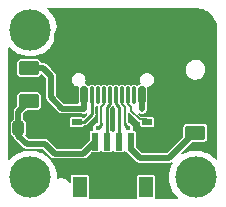
<source format=gtl>
G04 #@! TF.GenerationSoftware,KiCad,Pcbnew,(6.0.8)*
G04 #@! TF.CreationDate,2022-10-31T11:18:21-04:00*
G04 #@! TF.ProjectId,Unified-Daughterboard,556e6966-6965-4642-9d44-617567687465,C3*
G04 #@! TF.SameCoordinates,Original*
G04 #@! TF.FileFunction,Copper,L1,Top*
G04 #@! TF.FilePolarity,Positive*
%FSLAX46Y46*%
G04 Gerber Fmt 4.6, Leading zero omitted, Abs format (unit mm)*
G04 Created by KiCad (PCBNEW (6.0.8)) date 2022-10-31 11:18:21*
%MOMM*%
%LPD*%
G01*
G04 APERTURE LIST*
G04 Aperture macros list*
%AMRoundRect*
0 Rectangle with rounded corners*
0 $1 Rounding radius*
0 $2 $3 $4 $5 $6 $7 $8 $9 X,Y pos of 4 corners*
0 Add a 4 corners polygon primitive as box body*
4,1,4,$2,$3,$4,$5,$6,$7,$8,$9,$2,$3,0*
0 Add four circle primitives for the rounded corners*
1,1,$1+$1,$2,$3*
1,1,$1+$1,$4,$5*
1,1,$1+$1,$6,$7*
1,1,$1+$1,$8,$9*
0 Add four rect primitives between the rounded corners*
20,1,$1+$1,$2,$3,$4,$5,0*
20,1,$1+$1,$4,$5,$6,$7,0*
20,1,$1+$1,$6,$7,$8,$9,0*
20,1,$1+$1,$8,$9,$2,$3,0*%
G04 Aperture macros list end*
G04 #@! TA.AperFunction,SMDPad,CuDef*
%ADD10RoundRect,0.125000X0.000000X-0.150000X0.000000X-0.150000X0.000000X0.150000X0.000000X0.150000X0*%
G04 #@! TD*
G04 #@! TA.AperFunction,SMDPad,CuDef*
%ADD11R,0.250000X0.550000*%
G04 #@! TD*
G04 #@! TA.AperFunction,SMDPad,CuDef*
%ADD12R,0.300000X0.550000*%
G04 #@! TD*
G04 #@! TA.AperFunction,SMDPad,CuDef*
%ADD13RoundRect,0.250000X0.625000X-0.375000X0.625000X0.375000X-0.625000X0.375000X-0.625000X-0.375000X0*%
G04 #@! TD*
G04 #@! TA.AperFunction,SMDPad,CuDef*
%ADD14R,0.900000X0.500000*%
G04 #@! TD*
G04 #@! TA.AperFunction,SMDPad,CuDef*
%ADD15RoundRect,0.250000X-0.625000X0.375000X-0.625000X-0.375000X0.625000X-0.375000X0.625000X0.375000X0*%
G04 #@! TD*
G04 #@! TA.AperFunction,SMDPad,CuDef*
%ADD16RoundRect,0.250000X0.250000X0.350000X-0.250000X0.350000X-0.250000X-0.350000X0.250000X-0.350000X0*%
G04 #@! TD*
G04 #@! TA.AperFunction,ComponentPad*
%ADD17O,1.100000X2.200000*%
G04 #@! TD*
G04 #@! TA.AperFunction,ComponentPad*
%ADD18O,1.300000X1.900000*%
G04 #@! TD*
G04 #@! TA.AperFunction,SMDPad,CuDef*
%ADD19RoundRect,0.150000X0.150000X0.575000X-0.150000X0.575000X-0.150000X-0.575000X0.150000X-0.575000X0*%
G04 #@! TD*
G04 #@! TA.AperFunction,SMDPad,CuDef*
%ADD20RoundRect,0.075000X0.075000X0.650000X-0.075000X0.650000X-0.075000X-0.650000X0.075000X-0.650000X0*%
G04 #@! TD*
G04 #@! TA.AperFunction,WasherPad*
%ADD21C,3.500001*%
G04 #@! TD*
G04 #@! TA.AperFunction,ComponentPad*
%ADD22C,3.500001*%
G04 #@! TD*
G04 #@! TA.AperFunction,SMDPad,CuDef*
%ADD23R,0.600000X1.550000*%
G04 #@! TD*
G04 #@! TA.AperFunction,SMDPad,CuDef*
%ADD24R,1.200000X1.800000*%
G04 #@! TD*
G04 #@! TA.AperFunction,ViaPad*
%ADD25C,0.508000*%
G04 #@! TD*
G04 #@! TA.AperFunction,ViaPad*
%ADD26C,0.450000*%
G04 #@! TD*
G04 #@! TA.AperFunction,Conductor*
%ADD27C,0.254000*%
G04 #@! TD*
G04 #@! TA.AperFunction,Conductor*
%ADD28C,0.508000*%
G04 #@! TD*
G04 #@! TA.AperFunction,Conductor*
%ADD29C,0.152400*%
G04 #@! TD*
G04 APERTURE END LIST*
D10*
X74002500Y-66411400D03*
D11*
X74502500Y-66411400D03*
D12*
X75002500Y-66411400D03*
D11*
X75502500Y-66411400D03*
X76002500Y-66411400D03*
X74502500Y-65641400D03*
X76002500Y-65641400D03*
X75502500Y-65641400D03*
X74002500Y-65641400D03*
D12*
X75002500Y-65641400D03*
D13*
X81987500Y-64474000D03*
X81987500Y-67274000D03*
D14*
X71954500Y-66379000D03*
X71954500Y-67879000D03*
D15*
X67890500Y-64607000D03*
X67890500Y-61807000D03*
D16*
X70302500Y-66890000D03*
X67002500Y-66890000D03*
D17*
X70702500Y-63343000D03*
D18*
X70702500Y-59143000D03*
X79302500Y-59143000D03*
D19*
X78252500Y-64118000D03*
D20*
X76752500Y-64118000D03*
X76252500Y-64118000D03*
X75752500Y-64118000D03*
X75256500Y-64118000D03*
X73252500Y-64118000D03*
X73752500Y-64118000D03*
X74252500Y-64118000D03*
X74752500Y-64118000D03*
D17*
X79302500Y-63343000D03*
D19*
X77452500Y-64118000D03*
X71752500Y-64118000D03*
X72552500Y-64118000D03*
D21*
X68004500Y-58543000D03*
D22*
X82004500Y-58543000D03*
D21*
X68004500Y-71043000D03*
X82004500Y-71043000D03*
D23*
X75504500Y-68018000D03*
X76504500Y-68018000D03*
X74504500Y-68018000D03*
X73504500Y-68018000D03*
D24*
X72204500Y-71893000D03*
X77804500Y-71893000D03*
D14*
X77923500Y-67879000D03*
X77923500Y-66379000D03*
D25*
X75502500Y-68016000D03*
D26*
X75002500Y-66026400D03*
X73732500Y-66890000D03*
X76272500Y-66890000D03*
D25*
X74504500Y-68018000D03*
X72552500Y-65239000D03*
X77452500Y-65239000D03*
D27*
X75504500Y-68018000D02*
X75504500Y-68018000D01*
D28*
X76504500Y-68018000D02*
X76504500Y-68646000D01*
X76504500Y-68646000D02*
X77288500Y-69430000D01*
X77288500Y-69430000D02*
X79755300Y-69430000D01*
X79755300Y-69430000D02*
X81987500Y-67197800D01*
X68596000Y-68215500D02*
X69231000Y-68215500D01*
X68074000Y-68215500D02*
X68596000Y-68215500D01*
X67002500Y-67511000D02*
X67707000Y-68215500D01*
X67707000Y-68215500D02*
X68596000Y-68215500D01*
X67002500Y-66890000D02*
X67002500Y-67511000D01*
X67002500Y-66890000D02*
X67002500Y-65495000D01*
X67002500Y-65495000D02*
X67890500Y-64607000D01*
X69231000Y-68215500D02*
X70064500Y-69049000D01*
X70064500Y-69049000D02*
X72473500Y-69049000D01*
X71105900Y-69049000D02*
X72473500Y-69049000D01*
X71105900Y-69049000D02*
X70369300Y-69049000D01*
X72473500Y-69049000D02*
X73504500Y-68018000D01*
X67129500Y-65368000D02*
X67890500Y-64607000D01*
X79324500Y-59143000D02*
X79324500Y-59283000D01*
D27*
X76254500Y-64389000D02*
X76231501Y-64411999D01*
X76254500Y-64238000D02*
X76254500Y-64389000D01*
D29*
X76526500Y-65114445D02*
X76252500Y-64840445D01*
X76526500Y-65404800D02*
X76526500Y-65114445D01*
X77923500Y-66140000D02*
X77261700Y-66140000D01*
X76252500Y-64840445D02*
X76252500Y-63568000D01*
X77261700Y-66140000D02*
X76526500Y-65404800D01*
X74252500Y-64838828D02*
X74252500Y-63568000D01*
X74002500Y-65088828D02*
X74252500Y-64838828D01*
X74002500Y-66411400D02*
X74002500Y-65088828D01*
X75502500Y-66411400D02*
X75502500Y-65088828D01*
D27*
X74002500Y-66620000D02*
X73732500Y-66890000D01*
X74002500Y-66411400D02*
X74002500Y-66620000D01*
X75502500Y-66890000D02*
X75502500Y-65641400D01*
X75502500Y-66890000D02*
X75502500Y-65088828D01*
X75256500Y-64842828D02*
X75502500Y-65088828D01*
X75256500Y-63568000D02*
X75256500Y-64842828D01*
X75502500Y-66890000D02*
X75502500Y-66411400D01*
X75502500Y-68016000D02*
X75504500Y-68018000D01*
X75502500Y-66890000D02*
X75502500Y-68016000D01*
X73252500Y-65704000D02*
X72577500Y-66379000D01*
X72577500Y-66379000D02*
X71954500Y-66379000D01*
X73252500Y-63568000D02*
X73252500Y-65704000D01*
D29*
X73252500Y-63568000D02*
X73252500Y-65595000D01*
X75752500Y-64838828D02*
X75752500Y-63568000D01*
X76002500Y-65088828D02*
X75752500Y-64838828D01*
X76002500Y-66411400D02*
X76002500Y-65088828D01*
D27*
X76002500Y-66620000D02*
X76272500Y-66890000D01*
X76002500Y-66411400D02*
X76002500Y-66620000D01*
X74502500Y-66890000D02*
X74502500Y-65088828D01*
X74752500Y-64807432D02*
X74752500Y-63568000D01*
X74502500Y-65057432D02*
X74752500Y-64807432D01*
X74502500Y-65088828D02*
X74502500Y-65057432D01*
X74502500Y-66890000D02*
X74502500Y-66411400D01*
X74504500Y-66892000D02*
X74502500Y-66890000D01*
X74504500Y-68018000D02*
X74504500Y-66892000D01*
D28*
X69771490Y-64278636D02*
X69771490Y-62454010D01*
X67890500Y-61807000D02*
X69124480Y-61807000D01*
X69124480Y-61807000D02*
X69771490Y-62454010D01*
X72552500Y-65239000D02*
X70731854Y-65239000D01*
X70731854Y-65239000D02*
X69771490Y-64278636D01*
X77452500Y-63568000D02*
X77452500Y-64895480D01*
X72552500Y-63568000D02*
X72552500Y-64895480D01*
X72552500Y-64895480D02*
X72552500Y-65239000D01*
X77452500Y-64895480D02*
X77452500Y-65239000D01*
G04 #@! TA.AperFunction,Conductor*
G36*
X81993930Y-56698462D02*
G01*
X82004500Y-56701294D01*
X82014062Y-56698732D01*
X82023317Y-56698732D01*
X82033065Y-56697772D01*
X82047711Y-56698732D01*
X82240676Y-56711380D01*
X82250429Y-56712664D01*
X82477733Y-56757877D01*
X82487234Y-56760423D01*
X82706685Y-56834917D01*
X82715773Y-56838681D01*
X82819703Y-56889933D01*
X82923635Y-56941187D01*
X82932151Y-56946104D01*
X83124844Y-57074858D01*
X83132646Y-57080845D01*
X83306899Y-57233660D01*
X83313840Y-57240601D01*
X83465498Y-57413534D01*
X83466654Y-57414852D01*
X83472642Y-57422656D01*
X83601396Y-57615349D01*
X83606313Y-57623865D01*
X83657567Y-57727798D01*
X83708819Y-57831727D01*
X83712583Y-57840815D01*
X83787077Y-58060266D01*
X83789623Y-58069767D01*
X83834836Y-58297071D01*
X83836120Y-58306824D01*
X83849728Y-58514435D01*
X83848768Y-58524183D01*
X83848768Y-58533438D01*
X83846206Y-58543000D01*
X83848768Y-58552561D01*
X83849038Y-58553569D01*
X83851600Y-58573032D01*
X83851600Y-69524048D01*
X83834007Y-69572386D01*
X83789458Y-69598106D01*
X83738800Y-69589173D01*
X83719862Y-69573631D01*
X83616615Y-69455900D01*
X83604927Y-69442573D01*
X83382338Y-69247367D01*
X83136173Y-69082885D01*
X82965595Y-68998765D01*
X82872854Y-68953030D01*
X82872849Y-68953028D01*
X82870645Y-68951941D01*
X82674940Y-68885508D01*
X82592628Y-68857567D01*
X82592624Y-68857566D01*
X82590297Y-68856776D01*
X82299926Y-68799017D01*
X82004500Y-68779654D01*
X81709074Y-68799017D01*
X81418703Y-68856776D01*
X81416376Y-68857566D01*
X81416372Y-68857567D01*
X81334060Y-68885508D01*
X81138355Y-68951941D01*
X81136151Y-68953028D01*
X81136146Y-68953030D01*
X80896668Y-69071128D01*
X80845534Y-69076728D01*
X80802763Y-69048150D01*
X80788369Y-68998765D01*
X80810234Y-68950509D01*
X81686817Y-68073926D01*
X81733437Y-68052186D01*
X81739991Y-68051900D01*
X82644208Y-68051900D01*
X82647124Y-68051438D01*
X82647126Y-68051438D01*
X82732708Y-68037883D01*
X82738555Y-68036957D01*
X82852271Y-67979016D01*
X82942516Y-67888771D01*
X83000457Y-67775055D01*
X83015400Y-67680708D01*
X83015400Y-66867292D01*
X83000457Y-66772945D01*
X82969579Y-66712344D01*
X82945205Y-66664506D01*
X82945204Y-66664505D01*
X82942516Y-66659229D01*
X82852271Y-66568984D01*
X82841175Y-66563330D01*
X82797178Y-66540913D01*
X82738555Y-66511043D01*
X82702762Y-66505374D01*
X82647126Y-66496562D01*
X82647124Y-66496562D01*
X82644208Y-66496100D01*
X81330792Y-66496100D01*
X81327876Y-66496562D01*
X81327874Y-66496562D01*
X81272238Y-66505374D01*
X81236445Y-66511043D01*
X81177822Y-66540913D01*
X81133826Y-66563330D01*
X81122729Y-66568984D01*
X81032484Y-66659229D01*
X81029796Y-66664505D01*
X81029795Y-66664506D01*
X81005421Y-66712344D01*
X80974543Y-66772945D01*
X80959600Y-66867292D01*
X80959600Y-67619109D01*
X80942007Y-67667447D01*
X80937574Y-67672283D01*
X79608783Y-69001074D01*
X79562163Y-69022814D01*
X79555609Y-69023100D01*
X77488192Y-69023100D01*
X77439854Y-69005507D01*
X77435018Y-69001074D01*
X76979426Y-68545483D01*
X76957686Y-68498863D01*
X76957400Y-68492309D01*
X76957399Y-67231641D01*
X76957399Y-67227944D01*
X76948528Y-67183342D01*
X76914734Y-67132766D01*
X76870318Y-67103088D01*
X76870316Y-67103086D01*
X76864158Y-67098972D01*
X76819557Y-67090100D01*
X76757027Y-67090100D01*
X76708689Y-67072507D01*
X76682969Y-67027958D01*
X76682753Y-67003136D01*
X76699746Y-66895847D01*
X76700672Y-66890000D01*
X76679716Y-66757688D01*
X76629288Y-66658719D01*
X76621587Y-66643604D01*
X76621586Y-66643603D01*
X76618898Y-66638327D01*
X76524173Y-66543602D01*
X76404812Y-66482784D01*
X76385446Y-66479717D01*
X76345836Y-66473443D01*
X76300846Y-66448505D01*
X76282400Y-66399169D01*
X76282400Y-66385369D01*
X76281669Y-66381446D01*
X76280399Y-66367684D01*
X76280399Y-66121344D01*
X76271528Y-66076742D01*
X76265807Y-66068180D01*
X76264925Y-66064579D01*
X76264578Y-66063740D01*
X76264707Y-66063687D01*
X76253579Y-66018216D01*
X76265806Y-65984621D01*
X76271528Y-65976058D01*
X76280400Y-65931457D01*
X76280400Y-65664244D01*
X76297993Y-65615906D01*
X76342542Y-65590186D01*
X76393200Y-65599119D01*
X76408774Y-65611070D01*
X76756136Y-65958433D01*
X77094070Y-66296367D01*
X77096780Y-66299222D01*
X77124030Y-66329486D01*
X77131250Y-66332700D01*
X77131249Y-66332700D01*
X77146634Y-66339550D01*
X77157002Y-66345179D01*
X77177764Y-66358662D01*
X77185568Y-66359898D01*
X77185571Y-66359899D01*
X77186296Y-66360014D01*
X77205116Y-66365589D01*
X77205777Y-66365883D01*
X77205779Y-66365883D01*
X77213003Y-66369100D01*
X77237754Y-66369100D01*
X77249516Y-66370026D01*
X77257164Y-66371237D01*
X77302154Y-66396175D01*
X77320600Y-66445511D01*
X77320601Y-66543602D01*
X77320601Y-66644056D01*
X77329472Y-66688658D01*
X77363266Y-66739234D01*
X77369423Y-66743348D01*
X77407683Y-66768913D01*
X77407684Y-66768914D01*
X77413842Y-66773028D01*
X77421106Y-66774473D01*
X77442819Y-66778792D01*
X77458443Y-66781900D01*
X77923437Y-66781900D01*
X78388556Y-66781899D01*
X78433158Y-66773028D01*
X78483734Y-66739234D01*
X78517528Y-66688658D01*
X78522949Y-66661405D01*
X78525679Y-66647682D01*
X78525679Y-66647681D01*
X78526400Y-66644057D01*
X78526399Y-66113944D01*
X78517528Y-66069342D01*
X78483734Y-66018766D01*
X78439318Y-65989088D01*
X78439316Y-65989086D01*
X78433158Y-65984972D01*
X78388557Y-65976100D01*
X78117689Y-65976100D01*
X78073572Y-65960043D01*
X78072853Y-65961033D01*
X78069401Y-65958525D01*
X78069351Y-65958507D01*
X78069274Y-65958433D01*
X78066458Y-65956387D01*
X78061170Y-65950514D01*
X78053951Y-65947300D01*
X78053950Y-65947299D01*
X78010062Y-65927759D01*
X77972197Y-65910900D01*
X77387744Y-65910900D01*
X77339406Y-65893307D01*
X77334570Y-65888874D01*
X77190499Y-65744803D01*
X77168759Y-65698183D01*
X77182073Y-65648496D01*
X77224210Y-65618991D01*
X77277813Y-65624625D01*
X77314914Y-65643529D01*
X77314915Y-65643529D01*
X77320188Y-65646216D01*
X77452500Y-65667172D01*
X77584812Y-65646216D01*
X77704173Y-65585398D01*
X77798898Y-65490673D01*
X77859716Y-65371312D01*
X77873337Y-65285309D01*
X77879746Y-65244847D01*
X77880672Y-65239000D01*
X77862209Y-65122425D01*
X77860326Y-65110539D01*
X77859400Y-65098775D01*
X77859400Y-64876993D01*
X77865822Y-64846586D01*
X77900094Y-64769064D01*
X77902382Y-64763889D01*
X77905400Y-64738004D01*
X77905400Y-63497996D01*
X77902258Y-63471588D01*
X77899968Y-63466432D01*
X77898472Y-63460990D01*
X77900399Y-63460460D01*
X77897420Y-63417369D01*
X77927688Y-63375776D01*
X77959875Y-63363596D01*
X78037855Y-63353330D01*
X78037858Y-63353329D01*
X78042736Y-63352687D01*
X78182733Y-63294698D01*
X78302951Y-63202451D01*
X78395198Y-63082233D01*
X78453187Y-62942236D01*
X78472966Y-62792000D01*
X78464579Y-62728297D01*
X78453830Y-62646645D01*
X78453829Y-62646642D01*
X78453187Y-62641764D01*
X78395198Y-62501767D01*
X78302951Y-62381549D01*
X78182733Y-62289302D01*
X78042736Y-62231313D01*
X78037858Y-62230671D01*
X78037855Y-62230670D01*
X77932653Y-62216820D01*
X77932648Y-62216820D01*
X77930220Y-62216500D01*
X77854780Y-62216500D01*
X77852352Y-62216820D01*
X77852347Y-62216820D01*
X77747145Y-62230670D01*
X77747142Y-62230671D01*
X77742264Y-62231313D01*
X77602267Y-62289302D01*
X77482049Y-62381549D01*
X77389802Y-62501767D01*
X77331813Y-62641764D01*
X77331171Y-62646642D01*
X77331170Y-62646645D01*
X77320421Y-62728297D01*
X77312034Y-62792000D01*
X77331813Y-62942236D01*
X77333697Y-62946784D01*
X77385843Y-63072674D01*
X77388087Y-63124065D01*
X77356772Y-63164875D01*
X77336394Y-63172595D01*
X77336667Y-63173437D01*
X77331040Y-63175265D01*
X77325194Y-63176191D01*
X77210349Y-63234708D01*
X77188300Y-63256757D01*
X77165657Y-63272305D01*
X77127964Y-63289048D01*
X77123062Y-63293959D01*
X77123057Y-63293962D01*
X77104783Y-63312269D01*
X77058182Y-63334050D01*
X77008483Y-63320780D01*
X76998388Y-63312316D01*
X76995919Y-63309847D01*
X76991807Y-63303693D01*
X76981165Y-63296582D01*
X76936339Y-63266631D01*
X76916422Y-63253323D01*
X76909160Y-63251879D01*
X76909159Y-63251878D01*
X76853572Y-63240821D01*
X76853571Y-63240821D01*
X76849947Y-63240100D01*
X76752527Y-63240100D01*
X76655054Y-63240101D01*
X76651431Y-63240822D01*
X76651427Y-63240822D01*
X76623353Y-63246406D01*
X76588578Y-63253323D01*
X76582418Y-63257439D01*
X76582416Y-63257440D01*
X76544278Y-63282922D01*
X76494312Y-63295148D01*
X76460722Y-63282922D01*
X76422581Y-63257438D01*
X76422579Y-63257437D01*
X76416422Y-63253323D01*
X76409160Y-63251879D01*
X76409159Y-63251878D01*
X76353572Y-63240821D01*
X76353571Y-63240821D01*
X76349947Y-63240100D01*
X76252527Y-63240100D01*
X76155054Y-63240101D01*
X76151431Y-63240822D01*
X76151427Y-63240822D01*
X76123353Y-63246406D01*
X76088578Y-63253323D01*
X76082418Y-63257439D01*
X76082416Y-63257440D01*
X76044278Y-63282922D01*
X75994312Y-63295148D01*
X75960722Y-63282922D01*
X75922581Y-63257438D01*
X75922579Y-63257437D01*
X75916422Y-63253323D01*
X75909160Y-63251879D01*
X75909159Y-63251878D01*
X75853572Y-63240821D01*
X75853571Y-63240821D01*
X75849947Y-63240100D01*
X75752527Y-63240100D01*
X75655054Y-63240101D01*
X75651431Y-63240822D01*
X75651427Y-63240822D01*
X75623353Y-63246406D01*
X75588578Y-63253323D01*
X75582421Y-63257437D01*
X75582419Y-63257438D01*
X75546279Y-63281586D01*
X75496313Y-63293812D01*
X75462721Y-63281586D01*
X75448834Y-63272307D01*
X75420422Y-63253323D01*
X75413160Y-63251879D01*
X75413159Y-63251878D01*
X75357572Y-63240821D01*
X75357571Y-63240821D01*
X75353947Y-63240100D01*
X75256527Y-63240100D01*
X75159054Y-63240101D01*
X75155431Y-63240822D01*
X75155427Y-63240822D01*
X75127353Y-63246406D01*
X75092578Y-63253323D01*
X75046278Y-63284259D01*
X74996313Y-63296485D01*
X74962722Y-63284259D01*
X74916422Y-63253323D01*
X74909160Y-63251879D01*
X74909159Y-63251878D01*
X74853572Y-63240821D01*
X74853571Y-63240821D01*
X74849947Y-63240100D01*
X74752527Y-63240100D01*
X74655054Y-63240101D01*
X74651431Y-63240822D01*
X74651427Y-63240822D01*
X74623353Y-63246406D01*
X74588578Y-63253323D01*
X74582418Y-63257439D01*
X74582416Y-63257440D01*
X74544278Y-63282922D01*
X74494312Y-63295148D01*
X74460722Y-63282922D01*
X74422581Y-63257438D01*
X74422579Y-63257437D01*
X74416422Y-63253323D01*
X74409160Y-63251879D01*
X74409159Y-63251878D01*
X74353572Y-63240821D01*
X74353571Y-63240821D01*
X74349947Y-63240100D01*
X74252527Y-63240100D01*
X74155054Y-63240101D01*
X74151431Y-63240822D01*
X74151427Y-63240822D01*
X74123353Y-63246406D01*
X74088578Y-63253323D01*
X74082418Y-63257439D01*
X74082416Y-63257440D01*
X74044278Y-63282922D01*
X73994312Y-63295148D01*
X73960722Y-63282922D01*
X73922581Y-63257438D01*
X73922579Y-63257437D01*
X73916422Y-63253323D01*
X73909160Y-63251879D01*
X73909159Y-63251878D01*
X73853572Y-63240821D01*
X73853571Y-63240821D01*
X73849947Y-63240100D01*
X73752527Y-63240100D01*
X73655054Y-63240101D01*
X73651431Y-63240822D01*
X73651427Y-63240822D01*
X73623353Y-63246406D01*
X73588578Y-63253323D01*
X73582418Y-63257439D01*
X73582416Y-63257440D01*
X73544278Y-63282922D01*
X73494312Y-63295148D01*
X73460722Y-63282922D01*
X73422581Y-63257438D01*
X73422579Y-63257437D01*
X73416422Y-63253323D01*
X73409160Y-63251879D01*
X73409159Y-63251878D01*
X73353572Y-63240821D01*
X73353571Y-63240821D01*
X73349947Y-63240100D01*
X73252527Y-63240100D01*
X73155054Y-63240101D01*
X73151431Y-63240822D01*
X73151427Y-63240822D01*
X73123353Y-63246406D01*
X73088578Y-63253323D01*
X73039767Y-63285937D01*
X73023836Y-63296582D01*
X73013193Y-63303693D01*
X73009081Y-63309847D01*
X73006584Y-63312344D01*
X72959964Y-63334084D01*
X72910277Y-63320770D01*
X72900283Y-63312392D01*
X72881507Y-63293649D01*
X72881506Y-63293648D01*
X72876593Y-63288744D01*
X72841369Y-63273172D01*
X72839413Y-63272307D01*
X72816645Y-63256702D01*
X72794651Y-63234708D01*
X72679806Y-63176191D01*
X72673960Y-63175265D01*
X72668333Y-63173437D01*
X72669006Y-63171367D01*
X72631879Y-63150788D01*
X72613444Y-63102765D01*
X72619157Y-63072674D01*
X72671303Y-62946784D01*
X72673187Y-62942236D01*
X72692966Y-62792000D01*
X72684579Y-62728297D01*
X72673830Y-62646645D01*
X72673829Y-62646642D01*
X72673187Y-62641764D01*
X72615198Y-62501767D01*
X72522951Y-62381549D01*
X72402733Y-62289302D01*
X72262736Y-62231313D01*
X72257858Y-62230671D01*
X72257855Y-62230670D01*
X72152653Y-62216820D01*
X72152648Y-62216820D01*
X72150220Y-62216500D01*
X72074780Y-62216500D01*
X72072352Y-62216820D01*
X72072347Y-62216820D01*
X71967145Y-62230670D01*
X71967142Y-62230671D01*
X71962264Y-62231313D01*
X71822267Y-62289302D01*
X71702049Y-62381549D01*
X71609802Y-62501767D01*
X71551813Y-62641764D01*
X71551171Y-62646642D01*
X71551170Y-62646645D01*
X71540421Y-62728297D01*
X71532034Y-62792000D01*
X71551813Y-62942236D01*
X71609802Y-63082233D01*
X71702049Y-63202451D01*
X71822267Y-63294698D01*
X71962264Y-63352687D01*
X71967142Y-63353329D01*
X71967145Y-63353330D01*
X72017419Y-63359948D01*
X72045220Y-63363608D01*
X72090847Y-63387360D01*
X72110532Y-63434884D01*
X72105563Y-63461259D01*
X72106392Y-63461485D01*
X72104906Y-63466936D01*
X72102618Y-63472111D01*
X72099600Y-63497996D01*
X72099600Y-64738004D01*
X72099864Y-64740221D01*
X72100791Y-64748016D01*
X72089032Y-64798094D01*
X72047834Y-64828896D01*
X72026118Y-64832100D01*
X70931545Y-64832100D01*
X70883207Y-64814507D01*
X70878371Y-64810074D01*
X70200416Y-64132119D01*
X70178676Y-64085499D01*
X70178390Y-64078945D01*
X70178390Y-62421986D01*
X70178389Y-62421980D01*
X70178389Y-62389563D01*
X70170200Y-62364358D01*
X70167446Y-62352886D01*
X70164225Y-62332549D01*
X70164225Y-62332548D01*
X70163299Y-62326704D01*
X70151266Y-62303088D01*
X70146751Y-62292188D01*
X70143901Y-62283418D01*
X70138560Y-62266978D01*
X70122974Y-62245526D01*
X70116814Y-62235472D01*
X70107470Y-62217134D01*
X70107469Y-62217133D01*
X70104782Y-62211859D01*
X70081859Y-62188936D01*
X70081856Y-62188932D01*
X69789515Y-61896591D01*
X81172422Y-61896591D01*
X81181821Y-62075921D01*
X81182903Y-62079848D01*
X81182903Y-62079850D01*
X81225142Y-62233197D01*
X81229508Y-62249049D01*
X81231408Y-62252653D01*
X81231409Y-62252655D01*
X81303593Y-62389563D01*
X81313260Y-62407898D01*
X81315886Y-62411005D01*
X81315889Y-62411010D01*
X81375737Y-62481830D01*
X81429168Y-62545058D01*
X81432400Y-62547529D01*
X81432401Y-62547530D01*
X81568594Y-62651657D01*
X81571826Y-62654128D01*
X81734577Y-62730020D01*
X81909828Y-62769193D01*
X81915319Y-62769500D01*
X82047366Y-62769500D01*
X82049389Y-62769280D01*
X82049393Y-62769280D01*
X82115605Y-62762087D01*
X82181025Y-62754980D01*
X82351222Y-62697703D01*
X82354708Y-62695608D01*
X82354711Y-62695607D01*
X82501658Y-62607311D01*
X82505148Y-62605214D01*
X82526630Y-62584900D01*
X82632664Y-62484628D01*
X82635623Y-62481830D01*
X82736560Y-62333306D01*
X82803248Y-62166573D01*
X82832578Y-61989409D01*
X82823179Y-61810079D01*
X82799317Y-61723447D01*
X82776574Y-61640878D01*
X82776573Y-61640875D01*
X82775492Y-61636951D01*
X82729293Y-61549326D01*
X82693642Y-61481709D01*
X82693641Y-61481707D01*
X82691740Y-61478102D01*
X82689114Y-61474995D01*
X82689111Y-61474990D01*
X82578459Y-61344051D01*
X82575832Y-61340942D01*
X82433174Y-61231872D01*
X82270423Y-61155980D01*
X82095172Y-61116807D01*
X82089681Y-61116500D01*
X81957634Y-61116500D01*
X81955611Y-61116720D01*
X81955607Y-61116720D01*
X81889395Y-61123913D01*
X81823975Y-61131020D01*
X81653778Y-61188297D01*
X81650292Y-61190392D01*
X81650289Y-61190393D01*
X81577145Y-61234343D01*
X81499852Y-61280786D01*
X81369377Y-61404170D01*
X81268440Y-61552694D01*
X81201752Y-61719427D01*
X81172422Y-61896591D01*
X69789515Y-61896591D01*
X69389557Y-61496634D01*
X69366631Y-61473708D01*
X69343015Y-61461675D01*
X69332961Y-61455514D01*
X69311512Y-61439930D01*
X69286306Y-61431740D01*
X69275406Y-61427225D01*
X69257061Y-61417878D01*
X69257057Y-61417877D01*
X69251786Y-61415191D01*
X69225605Y-61411045D01*
X69214138Y-61408292D01*
X69188926Y-61400100D01*
X68982597Y-61400100D01*
X68934259Y-61382507D01*
X68908323Y-61336665D01*
X68904383Y-61311792D01*
X68903457Y-61305945D01*
X68845516Y-61192229D01*
X68755271Y-61101984D01*
X68641555Y-61044043D01*
X68610540Y-61039131D01*
X68550126Y-61029562D01*
X68550124Y-61029562D01*
X68547208Y-61029100D01*
X67233792Y-61029100D01*
X67230876Y-61029562D01*
X67230874Y-61029562D01*
X67170460Y-61039131D01*
X67139445Y-61044043D01*
X67025729Y-61101984D01*
X66935484Y-61192229D01*
X66877543Y-61305945D01*
X66862600Y-61400292D01*
X66862600Y-62213708D01*
X66863062Y-62216624D01*
X66863062Y-62216626D01*
X66870268Y-62262123D01*
X66877543Y-62308055D01*
X66903364Y-62358732D01*
X66926578Y-62404291D01*
X66935484Y-62421771D01*
X67025729Y-62512016D01*
X67139445Y-62569957D01*
X67145292Y-62570883D01*
X67230874Y-62584438D01*
X67230876Y-62584438D01*
X67233792Y-62584900D01*
X68547208Y-62584900D01*
X68550124Y-62584438D01*
X68550126Y-62584438D01*
X68635708Y-62570883D01*
X68641555Y-62569957D01*
X68755271Y-62512016D01*
X68845516Y-62421771D01*
X68854423Y-62404291D01*
X68903457Y-62308055D01*
X68904492Y-62308582D01*
X68932426Y-62272822D01*
X68982741Y-62262123D01*
X69025454Y-62283417D01*
X69342566Y-62600530D01*
X69364304Y-62647148D01*
X69364590Y-62653702D01*
X69364590Y-64343082D01*
X69372782Y-64368294D01*
X69375535Y-64379761D01*
X69379681Y-64405942D01*
X69382367Y-64411213D01*
X69382368Y-64411217D01*
X69391715Y-64429562D01*
X69396230Y-64440462D01*
X69404420Y-64465668D01*
X69420004Y-64487117D01*
X69426165Y-64497171D01*
X69438198Y-64520787D01*
X70489703Y-65572292D01*
X70494981Y-65574981D01*
X70494982Y-65574982D01*
X70513319Y-65584325D01*
X70523373Y-65590486D01*
X70544822Y-65606070D01*
X70550451Y-65607899D01*
X70570028Y-65614260D01*
X70580928Y-65618775D01*
X70599273Y-65628122D01*
X70599277Y-65628123D01*
X70604548Y-65630809D01*
X70630729Y-65634955D01*
X70642196Y-65637708D01*
X70667408Y-65645900D01*
X72412275Y-65645900D01*
X72424039Y-65646826D01*
X72426035Y-65647142D01*
X72552500Y-65667172D01*
X72684812Y-65646216D01*
X72720323Y-65628122D01*
X72729956Y-65623214D01*
X72781012Y-65616945D01*
X72824153Y-65644962D01*
X72839193Y-65694154D01*
X72817270Y-65743392D01*
X72574655Y-65986007D01*
X72528035Y-66007747D01*
X72479703Y-65995359D01*
X72464158Y-65984972D01*
X72419557Y-65976100D01*
X71954563Y-65976100D01*
X71489444Y-65976101D01*
X71444842Y-65984972D01*
X71394266Y-66018766D01*
X71360472Y-66069342D01*
X71351600Y-66113943D01*
X71351601Y-66644056D01*
X71360472Y-66688658D01*
X71394266Y-66739234D01*
X71400423Y-66743348D01*
X71438683Y-66768913D01*
X71438684Y-66768914D01*
X71444842Y-66773028D01*
X71452106Y-66774473D01*
X71473819Y-66778792D01*
X71489443Y-66781900D01*
X71954437Y-66781900D01*
X72419556Y-66781899D01*
X72464158Y-66773028D01*
X72514734Y-66739234D01*
X72546414Y-66691822D01*
X72587897Y-66661405D01*
X72601075Y-66658900D01*
X72603531Y-66658900D01*
X72606937Y-66658266D01*
X72609252Y-66658052D01*
X72613343Y-66657787D01*
X72633161Y-66657043D01*
X72633163Y-66657042D01*
X72640101Y-66656782D01*
X72646479Y-66654042D01*
X72646483Y-66654041D01*
X72651694Y-66651802D01*
X72667606Y-66646968D01*
X72673181Y-66645930D01*
X72673188Y-66645927D01*
X72680008Y-66644657D01*
X72685916Y-66641015D01*
X72685919Y-66641014D01*
X72702191Y-66630984D01*
X72711963Y-66625907D01*
X72716771Y-66623841D01*
X72735904Y-66615621D01*
X72740457Y-66611881D01*
X72745925Y-66606413D01*
X72759637Y-66595573D01*
X72768771Y-66589943D01*
X72781523Y-66573174D01*
X72785926Y-66567383D01*
X72792611Y-66559727D01*
X73414664Y-65937675D01*
X73418280Y-65934553D01*
X73422274Y-65932601D01*
X73453834Y-65898579D01*
X73455791Y-65896548D01*
X73468826Y-65883513D01*
X73470786Y-65880656D01*
X73472284Y-65878853D01*
X73474989Y-65875773D01*
X73488466Y-65861246D01*
X73488468Y-65861244D01*
X73493187Y-65856156D01*
X73497862Y-65844436D01*
X73505695Y-65829768D01*
X73512832Y-65819364D01*
X73514435Y-65812610D01*
X73514436Y-65812607D01*
X73518847Y-65794015D01*
X73522166Y-65783517D01*
X73531825Y-65759308D01*
X73532400Y-65753444D01*
X73532400Y-65745707D01*
X73534432Y-65728343D01*
X73535305Y-65724663D01*
X73536908Y-65717910D01*
X73533087Y-65689834D01*
X73532400Y-65679693D01*
X73532400Y-65063134D01*
X73549993Y-65014796D01*
X73594542Y-64989076D01*
X73622270Y-64989379D01*
X73655053Y-64995900D01*
X73697215Y-64995900D01*
X73745553Y-65013493D01*
X73771273Y-65058042D01*
X73771489Y-65082864D01*
X73769839Y-65093279D01*
X73769839Y-65093282D01*
X73768603Y-65101086D01*
X73770648Y-65108718D01*
X73770648Y-65108719D01*
X73770838Y-65109427D01*
X73773400Y-65128890D01*
X73773400Y-65224175D01*
X73760726Y-65265954D01*
X73733472Y-65306742D01*
X73724600Y-65351343D01*
X73724601Y-65931456D01*
X73733472Y-65976058D01*
X73737588Y-65982218D01*
X73760726Y-66016846D01*
X73773400Y-66058625D01*
X73773400Y-66076359D01*
X73766979Y-66106765D01*
X73751386Y-66142037D01*
X73727369Y-66196362D01*
X73726715Y-66201973D01*
X73726714Y-66201976D01*
X73725292Y-66214174D01*
X73724600Y-66220111D01*
X73724600Y-66344370D01*
X73723204Y-66356019D01*
X73723175Y-66356092D01*
X73722600Y-66361956D01*
X73722600Y-66399169D01*
X73705007Y-66447507D01*
X73659164Y-66473443D01*
X73619554Y-66479717D01*
X73600188Y-66482784D01*
X73480827Y-66543602D01*
X73386102Y-66638327D01*
X73383414Y-66643603D01*
X73383413Y-66643604D01*
X73375712Y-66658719D01*
X73325284Y-66757688D01*
X73304328Y-66890000D01*
X73305254Y-66895847D01*
X73322247Y-67003137D01*
X73312432Y-67053632D01*
X73272456Y-67086004D01*
X73247973Y-67090101D01*
X73189444Y-67090101D01*
X73144842Y-67098972D01*
X73094266Y-67132766D01*
X73060472Y-67183342D01*
X73051600Y-67227943D01*
X73051600Y-67864309D01*
X73034007Y-67912647D01*
X73029574Y-67917483D01*
X72326983Y-68620074D01*
X72280363Y-68641814D01*
X72273809Y-68642100D01*
X70264191Y-68642100D01*
X70215853Y-68624507D01*
X70211017Y-68620074D01*
X69473151Y-67882208D01*
X69449535Y-67870175D01*
X69439481Y-67864014D01*
X69418032Y-67848430D01*
X69392826Y-67840240D01*
X69381926Y-67835725D01*
X69363581Y-67826378D01*
X69363577Y-67826377D01*
X69358306Y-67823691D01*
X69332125Y-67819545D01*
X69320658Y-67816792D01*
X69295446Y-67808600D01*
X67906693Y-67808600D01*
X67858355Y-67791007D01*
X67853519Y-67786574D01*
X67609066Y-67542121D01*
X67587326Y-67495501D01*
X67595236Y-67454807D01*
X67637770Y-67371329D01*
X67637770Y-67371328D01*
X67640457Y-67366055D01*
X67655400Y-67271708D01*
X67655400Y-66508292D01*
X67649881Y-66473443D01*
X67641383Y-66419792D01*
X67640457Y-66413945D01*
X67582516Y-66300229D01*
X67492271Y-66209984D01*
X67476555Y-66201976D01*
X67450460Y-66188680D01*
X67415378Y-66151059D01*
X67409400Y-66121676D01*
X67409400Y-65694691D01*
X67426993Y-65646353D01*
X67431426Y-65641517D01*
X67666017Y-65406926D01*
X67712637Y-65385186D01*
X67719191Y-65384900D01*
X68547208Y-65384900D01*
X68550124Y-65384438D01*
X68550126Y-65384438D01*
X68618926Y-65373541D01*
X68641555Y-65369957D01*
X68713746Y-65333174D01*
X68749994Y-65314705D01*
X68749995Y-65314704D01*
X68755271Y-65312016D01*
X68845516Y-65221771D01*
X68851850Y-65209341D01*
X68900770Y-65113328D01*
X68903457Y-65108055D01*
X68914864Y-65036033D01*
X68917938Y-65016626D01*
X68917938Y-65016624D01*
X68918400Y-65013708D01*
X68918400Y-64200292D01*
X68903457Y-64105945D01*
X68845516Y-63992229D01*
X68755271Y-63901984D01*
X68641555Y-63844043D01*
X68610540Y-63839131D01*
X68550126Y-63829562D01*
X68550124Y-63829562D01*
X68547208Y-63829100D01*
X67233792Y-63829100D01*
X67230876Y-63829562D01*
X67230874Y-63829562D01*
X67170460Y-63839131D01*
X67139445Y-63844043D01*
X67025729Y-63901984D01*
X66935484Y-63992229D01*
X66877543Y-64105945D01*
X66862600Y-64200292D01*
X66862600Y-65013708D01*
X66863062Y-65016626D01*
X66863294Y-65019569D01*
X66862030Y-65019669D01*
X66853035Y-65065872D01*
X66841761Y-65080296D01*
X66669208Y-65252849D01*
X66666519Y-65258127D01*
X66666518Y-65258128D01*
X66657175Y-65276465D01*
X66651014Y-65286519D01*
X66635430Y-65307968D01*
X66633601Y-65313597D01*
X66627240Y-65333174D01*
X66622725Y-65344074D01*
X66613378Y-65362419D01*
X66613377Y-65362423D01*
X66610691Y-65367694D01*
X66609765Y-65373541D01*
X66606545Y-65393873D01*
X66603792Y-65405342D01*
X66595600Y-65430554D01*
X66595600Y-66121676D01*
X66578007Y-66170014D01*
X66554540Y-66188680D01*
X66528446Y-66201976D01*
X66512729Y-66209984D01*
X66422484Y-66300229D01*
X66364543Y-66413945D01*
X66363617Y-66419792D01*
X66355120Y-66473443D01*
X66349600Y-66508292D01*
X66349600Y-67271708D01*
X66364543Y-67366055D01*
X66422484Y-67479771D01*
X66512729Y-67570016D01*
X66518005Y-67572704D01*
X66518006Y-67572705D01*
X66576948Y-67602737D01*
X66610302Y-67638505D01*
X66610691Y-67638307D01*
X66610792Y-67638505D01*
X66612841Y-67642525D01*
X66612841Y-67642526D01*
X66622725Y-67661926D01*
X66627240Y-67672826D01*
X66635430Y-67698032D01*
X66651014Y-67719481D01*
X66657175Y-67729535D01*
X66669208Y-67753151D01*
X66692134Y-67776077D01*
X67441922Y-68525866D01*
X67441926Y-68525869D01*
X67464849Y-68548792D01*
X67470125Y-68551480D01*
X67470126Y-68551481D01*
X67488463Y-68560824D01*
X67498524Y-68566990D01*
X67515179Y-68579090D01*
X67515181Y-68579091D01*
X67519968Y-68582569D01*
X67525594Y-68584397D01*
X67545175Y-68590759D01*
X67556076Y-68595275D01*
X67565818Y-68600239D01*
X67574420Y-68604622D01*
X67574422Y-68604623D01*
X67579694Y-68607309D01*
X67585538Y-68608235D01*
X67585539Y-68608235D01*
X67605875Y-68611456D01*
X67617347Y-68614210D01*
X67635397Y-68620074D01*
X67642553Y-68622399D01*
X67674972Y-68622399D01*
X67674976Y-68622400D01*
X69031309Y-68622400D01*
X69079647Y-68639993D01*
X69084483Y-68644426D01*
X69822349Y-69382292D01*
X69827627Y-69384981D01*
X69827628Y-69384982D01*
X69845965Y-69394325D01*
X69856019Y-69400486D01*
X69877468Y-69416070D01*
X69883097Y-69417899D01*
X69902674Y-69424260D01*
X69913574Y-69428775D01*
X69931919Y-69438122D01*
X69931923Y-69438123D01*
X69937194Y-69440809D01*
X69963375Y-69444955D01*
X69974842Y-69447708D01*
X70000054Y-69455900D01*
X72537946Y-69455900D01*
X72563158Y-69447708D01*
X72574625Y-69444955D01*
X72600806Y-69440809D01*
X72606077Y-69438123D01*
X72606081Y-69438122D01*
X72624426Y-69428775D01*
X72635326Y-69424260D01*
X72654903Y-69417899D01*
X72660532Y-69416070D01*
X72681981Y-69400486D01*
X72692035Y-69394325D01*
X72710372Y-69384982D01*
X72710373Y-69384981D01*
X72715651Y-69382292D01*
X73130578Y-68967365D01*
X73177198Y-68945625D01*
X73188371Y-68945687D01*
X73189443Y-68945900D01*
X73504414Y-68945900D01*
X73819556Y-68945899D01*
X73864158Y-68937028D01*
X73914734Y-68903234D01*
X73941974Y-68862467D01*
X73983457Y-68832050D01*
X74034787Y-68835415D01*
X74067026Y-68862467D01*
X74094266Y-68903234D01*
X74100423Y-68907348D01*
X74138683Y-68932913D01*
X74138684Y-68932914D01*
X74144842Y-68937028D01*
X74189443Y-68945900D01*
X74504457Y-68945900D01*
X74819556Y-68945899D01*
X74864158Y-68937028D01*
X74914734Y-68903234D01*
X74941974Y-68862467D01*
X74983457Y-68832050D01*
X75034787Y-68835415D01*
X75067026Y-68862467D01*
X75094266Y-68903234D01*
X75100423Y-68907348D01*
X75138683Y-68932913D01*
X75138684Y-68932914D01*
X75144842Y-68937028D01*
X75189443Y-68945900D01*
X75504457Y-68945900D01*
X75819556Y-68945899D01*
X75864158Y-68937028D01*
X75914734Y-68903234D01*
X75941974Y-68862467D01*
X75983457Y-68832050D01*
X76034787Y-68835415D01*
X76067026Y-68862467D01*
X76094266Y-68903234D01*
X76100423Y-68907348D01*
X76138683Y-68932913D01*
X76138684Y-68932914D01*
X76144842Y-68937028D01*
X76189443Y-68945900D01*
X76197809Y-68945900D01*
X76246147Y-68963493D01*
X76250983Y-68967926D01*
X77023422Y-69740366D01*
X77023426Y-69740369D01*
X77046349Y-69763292D01*
X77051625Y-69765980D01*
X77051626Y-69765981D01*
X77069963Y-69775324D01*
X77080024Y-69781490D01*
X77096679Y-69793590D01*
X77096681Y-69793591D01*
X77101468Y-69797069D01*
X77107094Y-69798897D01*
X77126675Y-69805259D01*
X77137576Y-69809775D01*
X77147318Y-69814739D01*
X77155920Y-69819122D01*
X77155922Y-69819123D01*
X77161194Y-69821809D01*
X77167038Y-69822735D01*
X77167039Y-69822735D01*
X77187375Y-69825956D01*
X77198847Y-69828710D01*
X77217080Y-69834633D01*
X77224053Y-69836899D01*
X77256472Y-69836899D01*
X77256476Y-69836900D01*
X79819746Y-69836900D01*
X79844958Y-69828708D01*
X79856425Y-69825955D01*
X79882606Y-69821809D01*
X79887877Y-69819123D01*
X79887881Y-69819122D01*
X79906226Y-69809775D01*
X79917126Y-69805260D01*
X79936703Y-69798899D01*
X79942332Y-69797070D01*
X79948360Y-69792690D01*
X79949567Y-69792344D01*
X79952393Y-69790904D01*
X79952673Y-69791453D01*
X79997803Y-69778509D01*
X80044797Y-69799428D01*
X80067350Y-69845660D01*
X80055091Y-69895303D01*
X80045753Y-69909279D01*
X80044385Y-69911327D01*
X79913441Y-70176855D01*
X79818276Y-70457203D01*
X79760517Y-70747574D01*
X79741154Y-71043000D01*
X79760517Y-71338426D01*
X79818276Y-71628797D01*
X79913441Y-71909145D01*
X80044385Y-72174673D01*
X80208867Y-72420838D01*
X80210488Y-72422686D01*
X80210490Y-72422689D01*
X80315079Y-72541949D01*
X80404073Y-72643427D01*
X80531275Y-72754980D01*
X80535131Y-72758362D01*
X80559873Y-72803460D01*
X80549837Y-72853912D01*
X80509720Y-72886109D01*
X80485548Y-72890100D01*
X78631926Y-72890100D01*
X78583588Y-72872507D01*
X78557868Y-72827958D01*
X78557155Y-72809288D01*
X78557400Y-72808057D01*
X78557399Y-70977944D01*
X78548528Y-70933342D01*
X78514734Y-70882766D01*
X78470318Y-70853088D01*
X78470316Y-70853086D01*
X78464158Y-70848972D01*
X78419557Y-70840100D01*
X77804584Y-70840100D01*
X77189444Y-70840101D01*
X77144842Y-70848972D01*
X77094266Y-70882766D01*
X77060472Y-70933342D01*
X77051600Y-70977943D01*
X77051601Y-72808056D01*
X77051678Y-72808445D01*
X77039142Y-72857359D01*
X76997329Y-72887321D01*
X76977075Y-72890100D01*
X73031926Y-72890100D01*
X72983588Y-72872507D01*
X72957868Y-72827958D01*
X72957155Y-72809288D01*
X72957400Y-72808057D01*
X72957399Y-70977944D01*
X72948528Y-70933342D01*
X72914734Y-70882766D01*
X72870318Y-70853088D01*
X72870316Y-70853086D01*
X72864158Y-70848972D01*
X72819557Y-70840100D01*
X72204584Y-70840100D01*
X71589444Y-70840101D01*
X71544842Y-70848972D01*
X71494266Y-70882766D01*
X71460472Y-70933342D01*
X71451600Y-70977943D01*
X71451600Y-71477436D01*
X71434007Y-71525774D01*
X71389458Y-71551494D01*
X71338800Y-71542561D01*
X71309882Y-71512511D01*
X71291740Y-71478102D01*
X71289114Y-71474995D01*
X71289111Y-71474990D01*
X71178459Y-71344051D01*
X71175832Y-71340942D01*
X71033174Y-71231872D01*
X70870423Y-71155980D01*
X70695172Y-71116807D01*
X70689681Y-71116500D01*
X70557634Y-71116500D01*
X70555611Y-71116720D01*
X70555607Y-71116720D01*
X70514583Y-71121177D01*
X70423975Y-71131020D01*
X70420120Y-71132317D01*
X70420117Y-71132318D01*
X70364789Y-71150938D01*
X70313365Y-71149681D01*
X70274780Y-71115663D01*
X70265765Y-71074747D01*
X70267685Y-71045455D01*
X70267846Y-71043000D01*
X70248483Y-70747574D01*
X70190724Y-70457203D01*
X70095559Y-70176855D01*
X69964615Y-69911327D01*
X69800133Y-69665162D01*
X69741561Y-69598373D01*
X69623085Y-69463278D01*
X69604927Y-69442573D01*
X69382338Y-69247367D01*
X69136173Y-69082885D01*
X68965595Y-68998765D01*
X68872854Y-68953030D01*
X68872849Y-68953028D01*
X68870645Y-68951941D01*
X68674940Y-68885508D01*
X68592628Y-68857567D01*
X68592624Y-68857566D01*
X68590297Y-68856776D01*
X68299926Y-68799017D01*
X68004500Y-68779654D01*
X67709074Y-68799017D01*
X67418703Y-68856776D01*
X67416376Y-68857566D01*
X67416372Y-68857567D01*
X67334060Y-68885508D01*
X67138355Y-68951941D01*
X67136151Y-68953028D01*
X67136146Y-68953030D01*
X67043405Y-68998765D01*
X66872827Y-69082885D01*
X66626662Y-69247367D01*
X66404073Y-69442573D01*
X66392386Y-69455900D01*
X66289138Y-69573631D01*
X66244040Y-69598373D01*
X66193588Y-69588337D01*
X66161391Y-69548220D01*
X66157400Y-69524048D01*
X66157400Y-60061952D01*
X66174993Y-60013614D01*
X66219542Y-59987894D01*
X66270200Y-59996827D01*
X66289137Y-60012368D01*
X66404073Y-60143427D01*
X66626662Y-60338633D01*
X66872827Y-60503115D01*
X67008036Y-60569793D01*
X67136146Y-60632970D01*
X67136151Y-60632972D01*
X67138355Y-60634059D01*
X67334060Y-60700492D01*
X67416372Y-60728433D01*
X67416376Y-60728434D01*
X67418703Y-60729224D01*
X67709074Y-60786983D01*
X68004500Y-60806346D01*
X68299926Y-60786983D01*
X68590297Y-60729224D01*
X68592624Y-60728434D01*
X68592628Y-60728433D01*
X68674940Y-60700492D01*
X68870645Y-60634059D01*
X68872849Y-60632972D01*
X68872854Y-60632970D01*
X69000964Y-60569793D01*
X69136173Y-60503115D01*
X69382338Y-60338633D01*
X69604927Y-60143427D01*
X69676379Y-60061952D01*
X69798510Y-59922689D01*
X69798512Y-59922686D01*
X69800133Y-59920838D01*
X69964615Y-59674673D01*
X70095559Y-59409145D01*
X70190724Y-59128797D01*
X70248483Y-58838426D01*
X70267846Y-58543000D01*
X70248483Y-58247574D01*
X70190724Y-57957203D01*
X70095559Y-57676855D01*
X69964615Y-57411327D01*
X69800133Y-57165162D01*
X69604927Y-56942573D01*
X69473869Y-56827638D01*
X69449127Y-56782540D01*
X69459163Y-56732088D01*
X69499280Y-56699891D01*
X69523452Y-56695900D01*
X81974468Y-56695900D01*
X81993930Y-56698462D01*
G37*
G04 #@! TD.AperFunction*
G04 #@! TA.AperFunction,Conductor*
G36*
X75026533Y-65015016D02*
G01*
X75041449Y-65027676D01*
X75041914Y-65028188D01*
X75045557Y-65034099D01*
X75054768Y-65041103D01*
X75068117Y-65051254D01*
X75075773Y-65057939D01*
X75200574Y-65182740D01*
X75222314Y-65229360D01*
X75222600Y-65235914D01*
X75222600Y-67021791D01*
X75205007Y-67070129D01*
X75162071Y-67095545D01*
X75144842Y-67098972D01*
X75094266Y-67132766D01*
X75090152Y-67138923D01*
X75067026Y-67173533D01*
X75025543Y-67203950D01*
X74974213Y-67200585D01*
X74941974Y-67173533D01*
X74918848Y-67138923D01*
X74914734Y-67132766D01*
X74870318Y-67103088D01*
X74870316Y-67103086D01*
X74864158Y-67098972D01*
X74844929Y-67095147D01*
X74800952Y-67068461D01*
X74784400Y-67021392D01*
X74784400Y-66942559D01*
X74784750Y-66937801D01*
X74786193Y-66933597D01*
X74784453Y-66887239D01*
X74784400Y-66884418D01*
X74784400Y-66865969D01*
X74783765Y-66862560D01*
X74783552Y-66860258D01*
X74783286Y-66856158D01*
X74782453Y-66833956D01*
X74782400Y-66831137D01*
X74782400Y-65204519D01*
X74799993Y-65156181D01*
X74804426Y-65151344D01*
X74853563Y-65102208D01*
X74914668Y-65041103D01*
X74918280Y-65037985D01*
X74922274Y-65036033D01*
X74930027Y-65027676D01*
X74930610Y-65027047D01*
X74976382Y-65003575D01*
X75026533Y-65015016D01*
G37*
G04 #@! TD.AperFunction*
M02*

</source>
